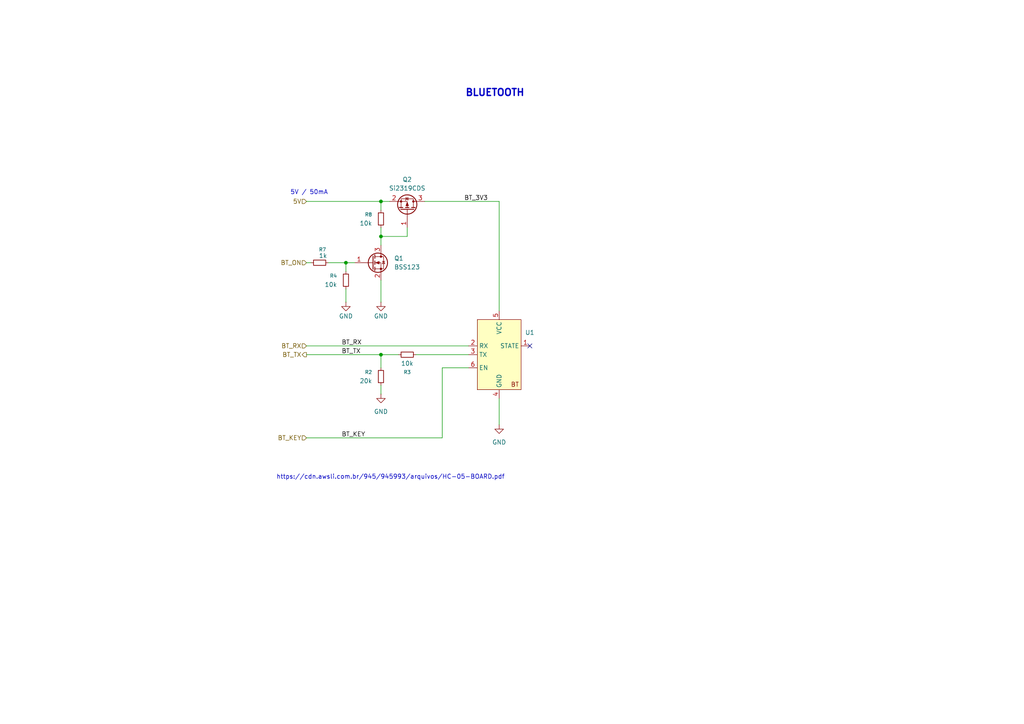
<source format=kicad_sch>
(kicad_sch (version 20250114) (generator "eeschema") (generator_version "9.0")
  (paper "A4")
  (title_block (title "Bluetooth") (date "2025-11-12") (rev "A"))
  (lib_symbols
    (symbol "Device:R_Small" (pin_numbers (hide yes)) (pin_names (offset 0.254) (hide yes))
      (property "Reference" "R" (at 0 0 90))
      (property "Value" "R_Small" (at 1.778 0 90))
      (symbol "R_Small_0_1"
        (rectangle (start -0.762 1.778) (end 0.762 -1.778) (stroke (width 0.2032)))
      )
      (symbol "R_Small_1_1"
        (pin passive line (at 0 2.54 270) (length 0.762) (name "~") (number "1"))
        (pin passive line (at 0 -2.54 90) (length 0.762) (name "~") (number "2"))
      )
    )
    (symbol "LIB_SCH_COM:HC-05"
      (property "Reference" "U" (at -5.842 12.7 0))
      (symbol "HC-05_1_1"
        (rectangle (start -6.35 11.43) (end 6.35 -8.89) (fill (type background)))
        (text "BT" (at 4.572 -7.366 0) (effects (font (size 1.27 1.27))))
        (pin input line (at -8.89 3.81 0) (length 2.54) (name "RX") (number "2"))
        (pin output line (at -8.89 1.27 0) (length 2.54) (name "TX") (number "3"))
        (pin input line (at -8.89 -2.54 0) (length 2.54) (name "EN") (number "6"))
        (pin power_in line (at 0 13.97 270) (length 2.54) (name "VCC") (number "5"))
        (pin power_in line (at 0 -11.43 90) (length 2.54) (name "GND") (number "4"))
        (pin output line (at 8.89 3.81 180) (length 2.54) (name "STATE") (number "1"))
      )
    )
    (symbol "Transistor_FET:BSS123" (pin_names (offset 0) (hide yes))
      (property "Reference" "Q" (at 5.08 1.905 0))
      (property "Value" "BSS123" (at 5.08 0 0))
      (symbol "BSS123_0_1"
        (polyline (pts (xy 0.254 1.905) (xy 0.254 -1.905)) (stroke (width 0.254)))
        (polyline (pts (xy 0.254 0) (xy -2.54 0)))
        (polyline (pts (xy 0.762 2.286) (xy 0.762 1.27)) (stroke (width 0.254)))
        (polyline (pts (xy 0.762 0.508) (xy 0.762 -0.508)) (stroke (width 0.254)))
        (polyline (pts (xy 0.762 -1.27) (xy 0.762 -2.286)) (stroke (width 0.254)))
        (polyline (pts (xy 0.762 -1.778) (xy 3.302 -1.778) (xy 3.302 1.778) (xy 0.762 1.778)))
        (polyline (pts (xy 1.016 0) (xy 2.032 0.381) (xy 2.032 -0.381) (xy 1.016 0)) (fill (type outline)))
        (circle (center 1.651 0) (radius 2.794) (stroke (width 0.254)))
        (polyline (pts (xy 2.54 2.54) (xy 2.54 1.778)))
        (circle (center 2.54 1.778) (radius 0.254) (fill (type outline)))
        (circle (center 2.54 -1.778) (radius 0.254) (fill (type outline)))
        (polyline (pts (xy 2.54 -2.54) (xy 2.54 0) (xy 0.762 0)))
        (polyline (pts (xy 2.921 0.381) (xy 3.683 0.381)))
        (polyline (pts (xy 3.302 0.381) (xy 2.921 -0.254) (xy 3.683 -0.254) (xy 3.302 0.381)))
      )
      (symbol "BSS123_1_1"
        (pin input line (at -5.08 0 0) (length 2.54) (name "G") (number "1"))
        (pin passive line (at 2.54 5.08 270) (length 2.54) (name "D") (number "3"))
        (pin passive line (at 2.54 -5.08 90) (length 2.54) (name "S") (number "2"))
      )
    )
    (symbol "Transistor_FET:Si2319CDS" (pin_names (hide yes))
      (property "Reference" "Q" (at 5.08 1.905 0))
      (property "Value" "Si2319CDS" (at 5.08 0 0))
      (symbol "Si2319CDS_0_1"
        (polyline (pts (xy 0.254 1.905) (xy 0.254 -1.905)) (stroke (width 0.254)))
        (polyline (pts (xy 0.254 0) (xy -2.54 0)))
        (polyline (pts (xy 0.762 2.286) (xy 0.762 1.27)) (stroke (width 0.254)))
        (polyline (pts (xy 0.762 1.778) (xy 3.302 1.778) (xy 3.302 -1.778) (xy 0.762 -1.778)))
        (polyline (pts (xy 0.762 0.508) (xy 0.762 -0.508)) (stroke (width 0.254)))
        (polyline (pts (xy 0.762 -1.27) (xy 0.762 -2.286)) (stroke (width 0.254)))
        (circle (center 1.651 0) (radius 2.794) (stroke (width 0.254)))
        (polyline (pts (xy 2.286 0) (xy 1.27 0.381) (xy 1.27 -0.381) (xy 2.286 0)) (fill (type outline)))
        (polyline (pts (xy 2.54 2.54) (xy 2.54 1.778)))
        (circle (center 2.54 1.778) (radius 0.254) (fill (type outline)))
        (circle (center 2.54 -1.778) (radius 0.254) (fill (type outline)))
        (polyline (pts (xy 2.54 -2.54) (xy 2.54 0) (xy 0.762 0)))
        (polyline (pts (xy 2.794 -0.508) (xy 2.921 -0.381) (xy 3.683 -0.381) (xy 3.81 -0.254)))
        (polyline (pts (xy 3.302 -0.381) (xy 2.921 0.254) (xy 3.683 0.254) (xy 3.302 -0.381)))
      )
      (symbol "Si2319CDS_1_1"
        (pin input line (at -5.08 0 0) (length 2.54) (name "G") (number "1"))
        (pin passive line (at 2.54 5.08 270) (length 2.54) (name "D") (number "3"))
        (pin passive line (at 2.54 -5.08 90) (length 2.54) (name "S") (number "2"))
      )
    )
    (symbol "power:GND" (power) (pin_numbers (hide yes)) (pin_names (offset 0) (hide yes))
      (property "Value" "GND" (at 0 -3.81 0))
      (symbol "GND_0_1"
        (polyline (pts (xy 0 0) (xy 0 -1.27) (xy 1.27 -1.27) (xy 0 -2.54) (xy -1.27 -1.27) (xy 0 -1.27)))
      )
      (symbol "GND_1_1"
        (pin power_in line (at 0 0 270) (length 0) (name "~") (number "1"))
      )
    )
  )
  (text "https://cdn.awsli.com.br/945/945993/arquivos/HC-05-BOARD.pdf" (at 113.284 138.43 0) (effects (font (size 1.27 1.27))))
  (text "5V / 50mA" (at 89.662 55.88 0) (effects (font (size 1.27 1.27))))
  (text "BLUETOOTH" (at 134.874 28.194 0) (effects (font (size 2 2) (thickness 0.4) (bold yes)) (justify left bottom)))
  (junction (at 110.49 68.58))
  (junction (at 100.33 76.2))
  (junction (at 110.49 102.87))
  (junction (at 110.49 58.42))
  (no_connect (at 153.67 100.33))
  (wire (pts (xy 118.11 68.58) (xy 110.49 68.58)))
  (wire (pts (xy 128.27 106.68) (xy 135.89 106.68)))
  (wire (pts (xy 110.49 58.42) (xy 110.49 60.96)))
  (wire (pts (xy 128.27 106.68) (xy 128.27 127)))
  (wire (pts (xy 110.49 111.76) (xy 110.49 114.3)))
  (wire (pts (xy 88.9 100.33) (xy 135.89 100.33)))
  (wire (pts (xy 110.49 102.87) (xy 110.49 106.68)))
  (wire (pts (xy 110.49 81.28) (xy 110.49 87.63)))
  (wire (pts (xy 88.9 127) (xy 128.27 127)))
  (wire (pts (xy 144.78 115.57) (xy 144.78 123.19)))
  (wire (pts (xy 144.78 58.42) (xy 144.78 90.17)))
  (wire (pts (xy 88.9 76.2) (xy 90.17 76.2)))
  (wire (pts (xy 88.9 58.42) (xy 110.49 58.42)))
  (wire (pts (xy 110.49 66.04) (xy 110.49 68.58)))
  (wire (pts (xy 120.65 102.87) (xy 135.89 102.87)))
  (wire (pts (xy 102.87 76.2) (xy 100.33 76.2)))
  (wire (pts (xy 95.25 76.2) (xy 100.33 76.2)))
  (wire (pts (xy 118.11 66.04) (xy 118.11 68.58)))
  (wire (pts (xy 88.9 102.87) (xy 110.49 102.87)))
  (wire (pts (xy 100.33 83.82) (xy 100.33 87.63)))
  (wire (pts (xy 110.49 68.58) (xy 110.49 71.12)))
  (wire (pts (xy 100.33 76.2) (xy 100.33 78.74)))
  (wire (pts (xy 110.49 102.87) (xy 115.57 102.87)))
  (wire (pts (xy 110.49 58.42) (xy 113.03 58.42)))
  (wire (pts (xy 123.19 58.42) (xy 144.78 58.42)))
  (label "BT_TX" (at 99.06 102.87 0))
  (label "BT_RX" (at 99.06 100.33 0))
  (label "BT_KEY" (at 99.06 127 0))
  (label "BT_3V3" (at 134.62 58.42 0))
  (hierarchical_label "BT_TX" (shape output) (at 88.9 102.87 180))
  (hierarchical_label "5V" (shape input) (at 88.9 58.42 180))
  (hierarchical_label "BT_ON" (shape input) (at 88.9 76.2 180))
  (hierarchical_label "BT_RX" (shape input) (at 88.9 100.33 180))
  (hierarchical_label "BT_KEY" (shape input) (at 88.9 127 180))
  (symbol (lib_id "power:GND") (at 110.49 87.63 0) (unit 1)
    (property "Reference" "#PWR032" (effects (hide yes)))
    (property "Value" "GND" (at 110.49 91.694 0))
    (property "Description" "Power symbol creates a global label with name \"GND\" , ground" (effects (hide yes)))
  )
  (symbol (lib_id "Device:R_Small") (at 110.49 109.22 0) (mirror y) (unit 1)
    (property "Reference" "R2" (at 107.95 107.9499 0) (effects (font (size 1.016 1.016)) (justify left)))
    (property "Value" "20k" (at 107.95 110.4899 0) (effects (justify left)))
    (property "Footprint" "Resistor_SMD:R_0603_1608Metric" (effects (hide yes)))
    (property "Description" "Resistor, small symbol" (effects (hide yes)))
  )
  (symbol (lib_id "Device:R_Small") (at 110.49 63.5 0) (mirror y) (unit 1)
    (property "Reference" "R8" (at 107.95 62.2299 0) (effects (font (size 1.016 1.016)) (justify left)))
    (property "Value" "10k" (at 107.95 64.7699 0) (effects (justify left)))
    (property "Footprint" "Resistor_SMD:R_0603_1608Metric" (effects (hide yes)))
    (property "Description" "Resistor, small symbol" (effects (hide yes)))
  )
  (symbol (lib_id "power:GND") (at 144.78 123.19 0) (unit 1)
    (property "Reference" "#PWR034" (effects (hide yes)))
    (property "Value" "GND" (at 144.78 128.27 0))
    (property "Description" "Power symbol creates a global label with name \"GND\" , ground" (effects (hide yes)))
  )
  (symbol (lib_id "power:GND") (at 110.49 114.3 0) (unit 1)
    (property "Reference" "#PWR010" (effects (hide yes)))
    (property "Value" "GND" (at 110.49 119.38 0))
    (property "Description" "Power symbol creates a global label with name \"GND\" , ground" (effects (hide yes)))
  )
  (symbol (lib_id "Device:R_Small") (at 118.11 102.87 90) (mirror x) (unit 1)
    (property "Reference" "R3" (at 118.11 107.95 90) (effects (font (size 1.016 1.016))))
    (property "Value" "10k" (at 118.11 105.41 90))
    (property "Footprint" "Resistor_SMD:R_0603_1608Metric" (effects (hide yes)))
    (property "Description" "Resistor, small symbol" (effects (hide yes)))
  )
  (symbol (lib_id "power:GND") (at 100.33 87.63 0) (unit 1)
    (property "Reference" "#PWR01" (effects (hide yes)))
    (property "Value" "GND" (at 100.33 91.694 0))
    (property "Description" "Power symbol creates a global label with name \"GND\" , ground" (effects (hide yes)))
  )
  (symbol (lib_id "Transistor_FET:BSS123") (at 107.95 76.2 0) (unit 1)
    (property "Reference" "Q1" (at 114.3 74.9299 0) (effects (justify left)))
    (property "Value" "BSS123" (at 114.3 77.4699 0) (effects (justify left)))
    (property "Footprint" "Package_TO_SOT_SMD:SOT-23" (effects (hide yes)))
    (property "Datasheet" "http://www.diodes.com/assets/Datasheets/ds30366.pdf" (effects (hide yes)))
    (property "Description" "0.17A Id, 100V Vds, N-Channel MOSFET, SOT-23" (effects (hide yes)))
  )
  (symbol (lib_id "Device:R_Small") (at 100.33 81.28 0) (mirror y) (unit 1)
    (property "Reference" "R4" (at 97.79 80.0099 0) (effects (font (size 1.016 1.016)) (justify left)))
    (property "Value" "10k" (at 97.79 82.5499 0) (effects (justify left)))
    (property "Footprint" "Resistor_SMD:R_0603_1608Metric" (effects (hide yes)))
    (property "Description" "Resistor, small symbol" (effects (hide yes)))
  )
  (symbol (lib_id "Transistor_FET:Si2319CDS") (at 118.11 60.96 270) (mirror x) (unit 1)
    (property "Reference" "Q2" (at 118.11 52.07 90))
    (property "Value" "Si2319CDS" (at 118.11 54.61 90))
    (property "Footprint" "Package_TO_SOT_SMD:SOT-23" (effects (hide yes)))
    (property "Datasheet" "http://www.vishay.com/docs/66709/si2319cd.pdf" (effects (hide yes)))
    (property "Description" "-4.4A Id, -40V Vds, P-Channel MOSFET, SOT-23" (effects (hide yes)))
  )
  (symbol (lib_id "LIB_SCH_COM:HC-05") (at 144.78 104.14 0) (unit 1)
    (property "Reference" "U1" (at 153.67 96.4498 0))
    (property "Value" "HC-05" (effects (hide yes)))
    (property "Footprint" "LIB_PCB_COM:HC-05" (effects (hide yes)))
    (property "Datasheet" "https://components101.com/sites/default/files/component_datasheet/HC-05%20Datasheet.pdf" (effects (hide yes)))
  )
  (symbol (lib_id "Device:R_Small") (at 92.71 76.2 270) (unit 1)
    (property "Reference" "R7" (at 92.456 72.39 90) (effects (font (size 1.016 1.016)) (justify left)))
    (property "Value" "1k" (at 92.456 74.168 90) (effects (justify left)))
    (property "Footprint" "Resistor_SMD:R_0603_1608Metric" (effects (hide yes)))
    (property "Description" "Resistor, small symbol" (effects (hide yes)))
  )
)
</source>
